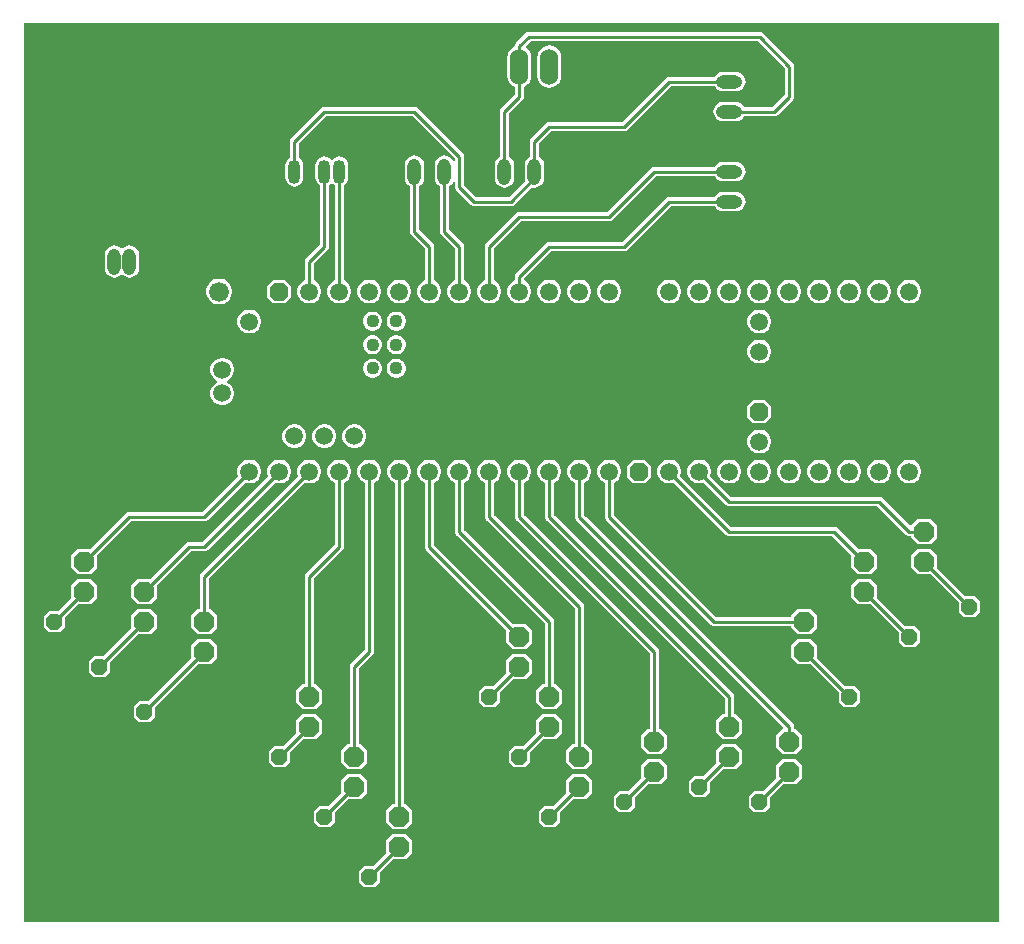
<source format=gbr>
%TF.GenerationSoftware,Altium Limited,Altium Designer,23.10.1 (27)*%
G04 Layer_Physical_Order=2*
G04 Layer_Color=16711680*
%FSLAX45Y45*%
%MOMM*%
%TF.SameCoordinates,F86A89F4-389E-4F6C-A475-7AF67203D636*%
%TF.FilePolarity,Positive*%
%TF.FileFunction,Copper,L2,Bot,Signal*%
%TF.Part,Single*%
G01*
G75*
%TA.AperFunction,ComponentPad*%
G04:AMPARAMS|DCode=10|XSize=1.6764mm|YSize=1.6764mm|CornerRadius=0mm|HoleSize=0mm|Usage=FLASHONLY|Rotation=270.000|XOffset=0mm|YOffset=0mm|HoleType=Round|Shape=Octagon|*
%AMOCTAGOND10*
4,1,8,-0.41910,-0.83820,0.41910,-0.83820,0.83820,-0.41910,0.83820,0.41910,0.41910,0.83820,-0.41910,0.83820,-0.83820,0.41910,-0.83820,-0.41910,-0.41910,-0.83820,0.0*
%
%ADD10OCTAGOND10*%

%ADD11O,1.10795X2.21590*%
G04:AMPARAMS|DCode=12|XSize=1.3208mm|YSize=1.3208mm|CornerRadius=0mm|HoleSize=0mm|Usage=FLASHONLY|Rotation=90.000|XOffset=0mm|YOffset=0mm|HoleType=Round|Shape=Octagon|*
%AMOCTAGOND12*
4,1,8,0.33020,0.66040,-0.33020,0.66040,-0.66040,0.33020,-0.66040,-0.33020,-0.33020,-0.66040,0.33020,-0.66040,0.66040,-0.33020,0.66040,0.33020,0.33020,0.66040,0.0*
%
%ADD12OCTAGOND12*%

%ADD13O,1.52400X3.04800*%
%ADD14O,1.01600X2.03200*%
%ADD15O,2.21590X1.10795*%
%ADD16C,1.10795*%
%ADD17C,1.50800*%
%ADD18R,1.50800X1.50800*%
G04:AMPARAMS|DCode=19|XSize=1.508mm|YSize=1.508mm|CornerRadius=0mm|HoleSize=0mm|Usage=FLASHONLY|Rotation=90.000|XOffset=0mm|YOffset=0mm|HoleType=Round|Shape=Octagon|*
%AMOCTAGOND19*
4,1,8,0.37700,0.75400,-0.37700,0.75400,-0.75400,0.37700,-0.75400,-0.37700,-0.37700,-0.75400,0.37700,-0.75400,0.75400,-0.37700,0.75400,0.37700,0.37700,0.75400,0.0*
%
%ADD19OCTAGOND19*%

%ADD20C,1.67640*%
%ADD21R,1.50800X1.50800*%
G04:AMPARAMS|DCode=22|XSize=1.3208mm|YSize=1.3208mm|CornerRadius=0mm|HoleSize=0mm|Usage=FLASHONLY|Rotation=0.000|XOffset=0mm|YOffset=0mm|HoleType=Round|Shape=Octagon|*
%AMOCTAGOND22*
4,1,8,0.66040,-0.33020,0.66040,0.33020,0.33020,0.66040,-0.33020,0.66040,-0.66040,0.33020,-0.66040,-0.33020,-0.33020,-0.66040,0.33020,-0.66040,0.66040,-0.33020,0.0*
%
%ADD22OCTAGOND22*%

%TA.AperFunction,Conductor*%
%ADD23C,0.25400*%
G36*
X8382000Y127000D02*
X127000D01*
Y7738529D01*
X8382000D01*
Y127000D01*
D02*
G37*
%LPC*%
G36*
X4572000Y7544677D02*
X4545477Y7541185D01*
X4520762Y7530948D01*
X4499538Y7514662D01*
X4483252Y7493438D01*
X4473015Y7468723D01*
X4469523Y7442200D01*
Y7289800D01*
X4473015Y7263277D01*
X4483252Y7238562D01*
X4499538Y7217338D01*
X4520762Y7201052D01*
X4545477Y7190815D01*
X4572000Y7187323D01*
X4598523Y7190815D01*
X4623238Y7201052D01*
X4644462Y7217338D01*
X4660748Y7238562D01*
X4670985Y7263277D01*
X4674477Y7289800D01*
Y7442200D01*
X4670985Y7468723D01*
X4660748Y7493438D01*
X4644462Y7514662D01*
X4623238Y7530948D01*
X4598523Y7541185D01*
X4572000Y7544677D01*
D02*
G37*
G36*
X6151397Y7320495D02*
X6040603D01*
X6019510Y7317718D01*
X5999855Y7309576D01*
X5982977Y7296625D01*
X5970026Y7279747D01*
X5969239Y7277847D01*
X5588000D01*
X5573134Y7274889D01*
X5560531Y7266469D01*
X5190909Y6896847D01*
X4572000D01*
X4557134Y6893889D01*
X4544531Y6885469D01*
X4417531Y6758469D01*
X4409111Y6745866D01*
X4406153Y6731000D01*
Y6603761D01*
X4404253Y6602974D01*
X4387375Y6590023D01*
X4374424Y6573145D01*
X4366282Y6553490D01*
X4363505Y6532397D01*
Y6421603D01*
X4366282Y6400510D01*
X4367070Y6398610D01*
X4230307Y6261847D01*
X3953091D01*
X3848847Y6366091D01*
Y6604000D01*
X3845889Y6618866D01*
X3837469Y6631469D01*
X3456469Y7012469D01*
X3443866Y7020889D01*
X3429000Y7023847D01*
X2667000D01*
X2652134Y7020889D01*
X2639531Y7012469D01*
X2385531Y6758469D01*
X2377111Y6745866D01*
X2374153Y6731000D01*
Y6594040D01*
X2358653Y6582147D01*
X2346439Y6566229D01*
X2338761Y6547692D01*
X2336142Y6527800D01*
Y6426200D01*
X2338761Y6406308D01*
X2346439Y6387771D01*
X2358653Y6371853D01*
X2374571Y6359639D01*
X2393108Y6351961D01*
X2413000Y6349342D01*
X2432892Y6351961D01*
X2451429Y6359639D01*
X2467347Y6371853D01*
X2479561Y6387771D01*
X2487239Y6406308D01*
X2489858Y6426200D01*
Y6527800D01*
X2487239Y6547692D01*
X2479561Y6566229D01*
X2467347Y6582147D01*
X2451847Y6594040D01*
Y6714909D01*
X2683091Y6946153D01*
X3412909D01*
X3771153Y6587909D01*
Y6563897D01*
X3758453Y6561370D01*
X3753576Y6573145D01*
X3740625Y6590023D01*
X3723747Y6602974D01*
X3704092Y6611115D01*
X3683000Y6613892D01*
X3661908Y6611115D01*
X3642253Y6602974D01*
X3625375Y6590023D01*
X3612424Y6573145D01*
X3604282Y6553490D01*
X3601505Y6532397D01*
Y6421603D01*
X3604282Y6400510D01*
X3612424Y6380855D01*
X3625375Y6363977D01*
X3642253Y6351026D01*
X3644153Y6350239D01*
Y5969000D01*
X3647111Y5954134D01*
X3655531Y5941531D01*
X3771153Y5825909D01*
Y5554947D01*
X3771093Y5554930D01*
X3748108Y5541660D01*
X3729340Y5522892D01*
X3716070Y5499907D01*
X3709200Y5474270D01*
Y5447730D01*
X3716070Y5422093D01*
X3729340Y5399108D01*
X3748108Y5380340D01*
X3771093Y5367070D01*
X3796730Y5360200D01*
X3823270D01*
X3848907Y5367070D01*
X3871892Y5380340D01*
X3890660Y5399108D01*
X3903930Y5422093D01*
X3910800Y5447730D01*
Y5474270D01*
X3903930Y5499907D01*
X3890660Y5522892D01*
X3871892Y5541660D01*
X3848907Y5554930D01*
X3848847Y5554947D01*
Y5842000D01*
X3845889Y5856866D01*
X3837469Y5869469D01*
X3721847Y5985091D01*
Y6350239D01*
X3723747Y6351026D01*
X3740625Y6363977D01*
X3753576Y6380855D01*
X3758453Y6392630D01*
X3771153Y6390103D01*
Y6350000D01*
X3774111Y6335134D01*
X3782531Y6322531D01*
X3909531Y6195531D01*
X3922134Y6187111D01*
X3937000Y6184153D01*
X4246397D01*
X4261263Y6187111D01*
X4273866Y6195531D01*
X4422007Y6343672D01*
X4423908Y6342885D01*
X4445000Y6340108D01*
X4466092Y6342885D01*
X4485747Y6351026D01*
X4502625Y6363977D01*
X4515576Y6380855D01*
X4523718Y6400510D01*
X4526495Y6421603D01*
Y6532397D01*
X4523718Y6553490D01*
X4515576Y6573145D01*
X4502625Y6590023D01*
X4485747Y6602974D01*
X4483847Y6603761D01*
Y6714909D01*
X4588091Y6819153D01*
X5207000D01*
X5221866Y6822111D01*
X5234469Y6830531D01*
X5604091Y7200153D01*
X5969239D01*
X5970026Y7198253D01*
X5982977Y7181375D01*
X5999855Y7168424D01*
X6019510Y7160282D01*
X6040603Y7157505D01*
X6151397D01*
X6172490Y7160282D01*
X6192145Y7168424D01*
X6209023Y7181375D01*
X6221974Y7198253D01*
X6230115Y7217908D01*
X6232892Y7239000D01*
X6230115Y7260092D01*
X6221974Y7279747D01*
X6209023Y7296625D01*
X6192145Y7309576D01*
X6172490Y7317718D01*
X6151397Y7320495D01*
D02*
G37*
G36*
X6349999Y7658847D02*
X4396400D01*
X4381534Y7655889D01*
X4368931Y7647469D01*
X4290531Y7569069D01*
X4282111Y7556466D01*
X4279153Y7541600D01*
Y7536080D01*
X4266762Y7530948D01*
X4245538Y7514662D01*
X4229252Y7493438D01*
X4219015Y7468723D01*
X4215523Y7442200D01*
Y7289800D01*
X4219015Y7263277D01*
X4229252Y7238562D01*
X4245538Y7217338D01*
X4266762Y7201052D01*
X4279153Y7195920D01*
Y7128091D01*
X4163531Y7012469D01*
X4155111Y6999866D01*
X4152153Y6985000D01*
Y6603761D01*
X4150253Y6602974D01*
X4133375Y6590023D01*
X4120424Y6573145D01*
X4112282Y6553490D01*
X4109505Y6532397D01*
Y6421603D01*
X4112282Y6400510D01*
X4120424Y6380855D01*
X4133375Y6363977D01*
X4150253Y6351026D01*
X4169908Y6342885D01*
X4191000Y6340108D01*
X4212092Y6342885D01*
X4231747Y6351026D01*
X4248625Y6363977D01*
X4261576Y6380855D01*
X4269718Y6400510D01*
X4272495Y6421603D01*
Y6532397D01*
X4269718Y6553490D01*
X4261576Y6573145D01*
X4248625Y6590023D01*
X4231747Y6602974D01*
X4229847Y6603761D01*
Y6968909D01*
X4345469Y7084531D01*
X4353889Y7097134D01*
X4356847Y7112000D01*
Y7195920D01*
X4369238Y7201052D01*
X4390462Y7217338D01*
X4406748Y7238562D01*
X4416985Y7263277D01*
X4420477Y7289800D01*
Y7442200D01*
X4416985Y7468723D01*
X4406748Y7493438D01*
X4390462Y7514662D01*
X4375466Y7526169D01*
X4373334Y7541997D01*
X4412490Y7581153D01*
X6333909D01*
X6565153Y7349909D01*
Y7128091D01*
X6460909Y7023847D01*
X6222761D01*
X6221974Y7025747D01*
X6209023Y7042625D01*
X6192145Y7055576D01*
X6172490Y7063718D01*
X6151397Y7066495D01*
X6040603D01*
X6019510Y7063718D01*
X5999855Y7055576D01*
X5982977Y7042625D01*
X5970026Y7025747D01*
X5961885Y7006092D01*
X5959108Y6985000D01*
X5961885Y6963908D01*
X5970026Y6944253D01*
X5982977Y6927375D01*
X5999855Y6914424D01*
X6019510Y6906282D01*
X6040603Y6903505D01*
X6151397D01*
X6172490Y6906282D01*
X6192145Y6914424D01*
X6209023Y6927375D01*
X6221974Y6944253D01*
X6222761Y6946153D01*
X6477000D01*
X6491866Y6949111D01*
X6504469Y6957531D01*
X6631469Y7084531D01*
X6639889Y7097134D01*
X6642847Y7112000D01*
Y7366000D01*
X6639889Y7380866D01*
X6631469Y7393469D01*
X6383420Y7641517D01*
X6383420Y7641517D01*
X6377468Y7647469D01*
X6364865Y7655889D01*
X6349999Y7658847D01*
D02*
G37*
G36*
X2794000Y6604658D02*
X2774108Y6602039D01*
X2755571Y6594361D01*
X2739653Y6582147D01*
X2736850Y6578493D01*
X2724150D01*
X2721347Y6582147D01*
X2705429Y6594361D01*
X2686892Y6602039D01*
X2667000Y6604658D01*
X2647108Y6602039D01*
X2628571Y6594361D01*
X2612653Y6582147D01*
X2600439Y6566229D01*
X2592761Y6547692D01*
X2590142Y6527800D01*
Y6426200D01*
X2592761Y6406308D01*
X2600439Y6387771D01*
X2612653Y6371853D01*
X2628153Y6359960D01*
Y5858091D01*
X2512531Y5742469D01*
X2504111Y5729866D01*
X2501153Y5715000D01*
Y5554947D01*
X2501093Y5554930D01*
X2478108Y5541660D01*
X2459340Y5522892D01*
X2446070Y5499907D01*
X2439200Y5474270D01*
Y5447730D01*
X2446070Y5422093D01*
X2459340Y5399108D01*
X2478108Y5380340D01*
X2501093Y5367070D01*
X2526730Y5360200D01*
X2553270D01*
X2578907Y5367070D01*
X2601892Y5380340D01*
X2620660Y5399108D01*
X2633930Y5422093D01*
X2640800Y5447730D01*
Y5474270D01*
X2633930Y5499907D01*
X2620660Y5522892D01*
X2601892Y5541660D01*
X2578907Y5554930D01*
X2578847Y5554947D01*
Y5698909D01*
X2694469Y5814531D01*
X2702889Y5827134D01*
X2705847Y5842000D01*
Y6359960D01*
X2721347Y6371853D01*
X2724150Y6375507D01*
X2736850D01*
X2739653Y6371853D01*
X2755153Y6359960D01*
Y5554947D01*
X2755093Y5554930D01*
X2732108Y5541660D01*
X2713340Y5522892D01*
X2700070Y5499907D01*
X2693200Y5474270D01*
Y5447730D01*
X2700070Y5422093D01*
X2713340Y5399108D01*
X2732108Y5380340D01*
X2755093Y5367070D01*
X2780730Y5360200D01*
X2807270D01*
X2832907Y5367070D01*
X2855892Y5380340D01*
X2874660Y5399108D01*
X2887930Y5422093D01*
X2894800Y5447730D01*
Y5474270D01*
X2887930Y5499907D01*
X2874660Y5522892D01*
X2855892Y5541660D01*
X2832907Y5554930D01*
X2832847Y5554947D01*
Y6359960D01*
X2848347Y6371853D01*
X2860561Y6387771D01*
X2868239Y6406308D01*
X2870858Y6426200D01*
Y6527800D01*
X2868239Y6547692D01*
X2860561Y6566229D01*
X2848347Y6582147D01*
X2832429Y6594361D01*
X2813892Y6602039D01*
X2794000Y6604658D01*
D02*
G37*
G36*
X6151397Y6558495D02*
X6040603D01*
X6019510Y6555718D01*
X5999855Y6547576D01*
X5982977Y6534625D01*
X5970026Y6517747D01*
X5969239Y6515847D01*
X5461000D01*
X5446134Y6512889D01*
X5433531Y6504469D01*
X5063909Y6134847D01*
X4318000D01*
X4303134Y6131889D01*
X4290531Y6123469D01*
X4036531Y5869469D01*
X4028111Y5856866D01*
X4025153Y5842000D01*
Y5554947D01*
X4025093Y5554930D01*
X4002108Y5541660D01*
X3983340Y5522892D01*
X3970070Y5499907D01*
X3963200Y5474270D01*
Y5447730D01*
X3970070Y5422093D01*
X3983340Y5399108D01*
X4002108Y5380340D01*
X4025093Y5367070D01*
X4050730Y5360200D01*
X4077270D01*
X4102907Y5367070D01*
X4125892Y5380340D01*
X4144660Y5399108D01*
X4157930Y5422093D01*
X4164800Y5447730D01*
Y5474270D01*
X4157930Y5499907D01*
X4144660Y5522892D01*
X4125892Y5541660D01*
X4102907Y5554930D01*
X4102847Y5554947D01*
Y5825909D01*
X4334091Y6057153D01*
X5080000D01*
X5094866Y6060111D01*
X5107469Y6068531D01*
X5477091Y6438153D01*
X5969239D01*
X5970026Y6436253D01*
X5982977Y6419375D01*
X5999855Y6406424D01*
X6019510Y6398282D01*
X6040603Y6395505D01*
X6151397D01*
X6172490Y6398282D01*
X6192145Y6406424D01*
X6209023Y6419375D01*
X6221974Y6436253D01*
X6230115Y6455908D01*
X6232892Y6477000D01*
X6230115Y6498092D01*
X6221974Y6517747D01*
X6209023Y6534625D01*
X6192145Y6547576D01*
X6172490Y6555718D01*
X6151397Y6558495D01*
D02*
G37*
G36*
Y6304495D02*
X6040603D01*
X6019510Y6301718D01*
X5999855Y6293576D01*
X5982977Y6280625D01*
X5970026Y6263747D01*
X5969239Y6261847D01*
X5588000D01*
X5573134Y6258889D01*
X5560531Y6250469D01*
X5190909Y5880847D01*
X4572000D01*
X4557134Y5877889D01*
X4544531Y5869469D01*
X4290531Y5615469D01*
X4282111Y5602866D01*
X4279153Y5588000D01*
Y5554947D01*
X4279093Y5554930D01*
X4256108Y5541660D01*
X4237340Y5522892D01*
X4224070Y5499907D01*
X4217200Y5474270D01*
Y5447730D01*
X4224070Y5422093D01*
X4237340Y5399108D01*
X4256108Y5380340D01*
X4279093Y5367070D01*
X4304730Y5360200D01*
X4331270D01*
X4356907Y5367070D01*
X4379892Y5380340D01*
X4398660Y5399108D01*
X4411930Y5422093D01*
X4418800Y5447730D01*
Y5474270D01*
X4411930Y5499907D01*
X4398660Y5522892D01*
X4379892Y5541660D01*
X4356907Y5554930D01*
X4356847Y5554947D01*
Y5571909D01*
X4588091Y5803153D01*
X5207000D01*
X5221866Y5806111D01*
X5234469Y5814531D01*
X5604091Y6184153D01*
X5969239D01*
X5970026Y6182253D01*
X5982977Y6165375D01*
X5999855Y6152424D01*
X6019510Y6144282D01*
X6040603Y6141505D01*
X6151397D01*
X6172490Y6144282D01*
X6192145Y6152424D01*
X6209023Y6165375D01*
X6221974Y6182253D01*
X6230115Y6201908D01*
X6232892Y6223000D01*
X6230115Y6244092D01*
X6221974Y6263747D01*
X6209023Y6280625D01*
X6192145Y6293576D01*
X6172490Y6301718D01*
X6151397Y6304495D01*
D02*
G37*
G36*
X1016000Y5851892D02*
X994908Y5849115D01*
X975253Y5840974D01*
X961055Y5830080D01*
X952500Y5828860D01*
X943945Y5830080D01*
X929747Y5840974D01*
X910092Y5849115D01*
X889000Y5851892D01*
X867908Y5849115D01*
X848253Y5840974D01*
X831375Y5828023D01*
X818424Y5811145D01*
X810282Y5791490D01*
X807505Y5770397D01*
Y5659603D01*
X810282Y5638510D01*
X818424Y5618855D01*
X831375Y5601977D01*
X848253Y5589026D01*
X867908Y5580885D01*
X889000Y5578108D01*
X910092Y5580885D01*
X929747Y5589026D01*
X943945Y5599920D01*
X952500Y5601140D01*
X961055Y5599920D01*
X975253Y5589026D01*
X994908Y5580885D01*
X1016000Y5578108D01*
X1037092Y5580885D01*
X1056747Y5589026D01*
X1073625Y5601977D01*
X1086576Y5618855D01*
X1094718Y5638510D01*
X1097495Y5659603D01*
Y5770397D01*
X1094718Y5791490D01*
X1086576Y5811145D01*
X1073625Y5828023D01*
X1056747Y5840974D01*
X1037092Y5849115D01*
X1016000Y5851892D01*
D02*
G37*
G36*
X7633270Y5561800D02*
X7606730D01*
X7581093Y5554930D01*
X7558108Y5541660D01*
X7539340Y5522892D01*
X7526070Y5499907D01*
X7519200Y5474270D01*
Y5447730D01*
X7526070Y5422093D01*
X7539340Y5399108D01*
X7558108Y5380340D01*
X7581093Y5367070D01*
X7606730Y5360200D01*
X7633270D01*
X7658907Y5367070D01*
X7681892Y5380340D01*
X7700660Y5399108D01*
X7713930Y5422093D01*
X7720800Y5447730D01*
Y5474270D01*
X7713930Y5499907D01*
X7700660Y5522892D01*
X7681892Y5541660D01*
X7658907Y5554930D01*
X7633270Y5561800D01*
D02*
G37*
G36*
X7379270D02*
X7352730D01*
X7327093Y5554930D01*
X7304108Y5541660D01*
X7285340Y5522892D01*
X7272070Y5499907D01*
X7265200Y5474270D01*
Y5447730D01*
X7272070Y5422093D01*
X7285340Y5399108D01*
X7304108Y5380340D01*
X7327093Y5367070D01*
X7352730Y5360200D01*
X7379270D01*
X7404907Y5367070D01*
X7427892Y5380340D01*
X7446660Y5399108D01*
X7459930Y5422093D01*
X7466800Y5447730D01*
Y5474270D01*
X7459930Y5499907D01*
X7446660Y5522892D01*
X7427892Y5541660D01*
X7404907Y5554930D01*
X7379270Y5561800D01*
D02*
G37*
G36*
X7125270D02*
X7098730D01*
X7073093Y5554930D01*
X7050108Y5541660D01*
X7031340Y5522892D01*
X7018070Y5499907D01*
X7011200Y5474270D01*
Y5447730D01*
X7018070Y5422093D01*
X7031340Y5399108D01*
X7050108Y5380340D01*
X7073093Y5367070D01*
X7098730Y5360200D01*
X7125270D01*
X7150907Y5367070D01*
X7173892Y5380340D01*
X7192660Y5399108D01*
X7205930Y5422093D01*
X7212800Y5447730D01*
Y5474270D01*
X7205930Y5499907D01*
X7192660Y5522892D01*
X7173892Y5541660D01*
X7150907Y5554930D01*
X7125270Y5561800D01*
D02*
G37*
G36*
X6871270D02*
X6844730D01*
X6819093Y5554930D01*
X6796108Y5541660D01*
X6777340Y5522892D01*
X6764070Y5499907D01*
X6757200Y5474270D01*
Y5447730D01*
X6764070Y5422093D01*
X6777340Y5399108D01*
X6796108Y5380340D01*
X6819093Y5367070D01*
X6844730Y5360200D01*
X6871270D01*
X6896907Y5367070D01*
X6919892Y5380340D01*
X6938660Y5399108D01*
X6951930Y5422093D01*
X6958800Y5447730D01*
Y5474270D01*
X6951930Y5499907D01*
X6938660Y5522892D01*
X6919892Y5541660D01*
X6896907Y5554930D01*
X6871270Y5561800D01*
D02*
G37*
G36*
X6617270D02*
X6590730D01*
X6565093Y5554930D01*
X6542108Y5541660D01*
X6523340Y5522892D01*
X6510070Y5499907D01*
X6503200Y5474270D01*
Y5447730D01*
X6510070Y5422093D01*
X6523340Y5399108D01*
X6542108Y5380340D01*
X6565093Y5367070D01*
X6590730Y5360200D01*
X6617270D01*
X6642907Y5367070D01*
X6665892Y5380340D01*
X6684660Y5399108D01*
X6697930Y5422093D01*
X6704800Y5447730D01*
Y5474270D01*
X6697930Y5499907D01*
X6684660Y5522892D01*
X6665892Y5541660D01*
X6642907Y5554930D01*
X6617270Y5561800D01*
D02*
G37*
G36*
X6363270D02*
X6336730D01*
X6311093Y5554930D01*
X6288108Y5541660D01*
X6269340Y5522892D01*
X6256070Y5499907D01*
X6249200Y5474270D01*
Y5447730D01*
X6256070Y5422093D01*
X6269340Y5399108D01*
X6288108Y5380340D01*
X6311093Y5367070D01*
X6336730Y5360200D01*
X6363270D01*
X6388907Y5367070D01*
X6411892Y5380340D01*
X6430660Y5399108D01*
X6443930Y5422093D01*
X6450800Y5447730D01*
Y5474270D01*
X6443930Y5499907D01*
X6430660Y5522892D01*
X6411892Y5541660D01*
X6388907Y5554930D01*
X6363270Y5561800D01*
D02*
G37*
G36*
X6109270D02*
X6082730D01*
X6057093Y5554930D01*
X6034108Y5541660D01*
X6015340Y5522892D01*
X6002070Y5499907D01*
X5995200Y5474270D01*
Y5447730D01*
X6002070Y5422093D01*
X6015340Y5399108D01*
X6034108Y5380340D01*
X6057093Y5367070D01*
X6082730Y5360200D01*
X6109270D01*
X6134907Y5367070D01*
X6157892Y5380340D01*
X6176660Y5399108D01*
X6189930Y5422093D01*
X6196800Y5447730D01*
Y5474270D01*
X6189930Y5499907D01*
X6176660Y5522892D01*
X6157892Y5541660D01*
X6134907Y5554930D01*
X6109270Y5561800D01*
D02*
G37*
G36*
X5855270D02*
X5828730D01*
X5803093Y5554930D01*
X5780108Y5541660D01*
X5761340Y5522892D01*
X5748070Y5499907D01*
X5741200Y5474270D01*
Y5447730D01*
X5748070Y5422093D01*
X5761340Y5399108D01*
X5780108Y5380340D01*
X5803093Y5367070D01*
X5828730Y5360200D01*
X5855270D01*
X5880907Y5367070D01*
X5903892Y5380340D01*
X5922660Y5399108D01*
X5935930Y5422093D01*
X5942800Y5447730D01*
Y5474270D01*
X5935930Y5499907D01*
X5922660Y5522892D01*
X5903892Y5541660D01*
X5880907Y5554930D01*
X5855270Y5561800D01*
D02*
G37*
G36*
X5601270D02*
X5574730D01*
X5549093Y5554930D01*
X5526108Y5541660D01*
X5507340Y5522892D01*
X5494070Y5499907D01*
X5487200Y5474270D01*
Y5447730D01*
X5494070Y5422093D01*
X5507340Y5399108D01*
X5526108Y5380340D01*
X5549093Y5367070D01*
X5574730Y5360200D01*
X5601270D01*
X5626907Y5367070D01*
X5649892Y5380340D01*
X5668660Y5399108D01*
X5681930Y5422093D01*
X5688800Y5447730D01*
Y5474270D01*
X5681930Y5499907D01*
X5668660Y5522892D01*
X5649892Y5541660D01*
X5626907Y5554930D01*
X5601270Y5561800D01*
D02*
G37*
G36*
X5093270D02*
X5066730D01*
X5041093Y5554930D01*
X5018108Y5541660D01*
X4999340Y5522892D01*
X4986070Y5499907D01*
X4979200Y5474270D01*
Y5447730D01*
X4986070Y5422093D01*
X4999340Y5399108D01*
X5018108Y5380340D01*
X5041093Y5367070D01*
X5066730Y5360200D01*
X5093270D01*
X5118907Y5367070D01*
X5141892Y5380340D01*
X5160660Y5399108D01*
X5173930Y5422093D01*
X5180800Y5447730D01*
Y5474270D01*
X5173930Y5499907D01*
X5160660Y5522892D01*
X5141892Y5541660D01*
X5118907Y5554930D01*
X5093270Y5561800D01*
D02*
G37*
G36*
X4839270D02*
X4812730D01*
X4787093Y5554930D01*
X4764108Y5541660D01*
X4745340Y5522892D01*
X4732070Y5499907D01*
X4725200Y5474270D01*
Y5447730D01*
X4732070Y5422093D01*
X4745340Y5399108D01*
X4764108Y5380340D01*
X4787093Y5367070D01*
X4812730Y5360200D01*
X4839270D01*
X4864907Y5367070D01*
X4887892Y5380340D01*
X4906660Y5399108D01*
X4919930Y5422093D01*
X4926800Y5447730D01*
Y5474270D01*
X4919930Y5499907D01*
X4906660Y5522892D01*
X4887892Y5541660D01*
X4864907Y5554930D01*
X4839270Y5561800D01*
D02*
G37*
G36*
X4585270D02*
X4558730D01*
X4533093Y5554930D01*
X4510108Y5541660D01*
X4491340Y5522892D01*
X4478070Y5499907D01*
X4471200Y5474270D01*
Y5447730D01*
X4478070Y5422093D01*
X4491340Y5399108D01*
X4510108Y5380340D01*
X4533093Y5367070D01*
X4558730Y5360200D01*
X4585270D01*
X4610907Y5367070D01*
X4633892Y5380340D01*
X4652660Y5399108D01*
X4665930Y5422093D01*
X4672800Y5447730D01*
Y5474270D01*
X4665930Y5499907D01*
X4652660Y5522892D01*
X4633892Y5541660D01*
X4610907Y5554930D01*
X4585270Y5561800D01*
D02*
G37*
G36*
X3429000Y6613892D02*
X3407908Y6611115D01*
X3388253Y6602974D01*
X3371375Y6590023D01*
X3358424Y6573145D01*
X3350282Y6553490D01*
X3347505Y6532397D01*
Y6421603D01*
X3350282Y6400510D01*
X3358424Y6380855D01*
X3371375Y6363977D01*
X3388253Y6351026D01*
X3390153Y6350239D01*
Y5969000D01*
X3393111Y5954134D01*
X3401531Y5941531D01*
X3517153Y5825909D01*
Y5554947D01*
X3517093Y5554930D01*
X3494108Y5541660D01*
X3475340Y5522892D01*
X3462070Y5499907D01*
X3455200Y5474270D01*
Y5447730D01*
X3462070Y5422093D01*
X3475340Y5399108D01*
X3494108Y5380340D01*
X3517093Y5367070D01*
X3542730Y5360200D01*
X3569270D01*
X3594907Y5367070D01*
X3617892Y5380340D01*
X3636660Y5399108D01*
X3649930Y5422093D01*
X3656800Y5447730D01*
Y5474270D01*
X3649930Y5499907D01*
X3636660Y5522892D01*
X3617892Y5541660D01*
X3594907Y5554930D01*
X3594847Y5554947D01*
Y5842000D01*
X3591889Y5856866D01*
X3583469Y5869469D01*
X3467847Y5985091D01*
Y6350239D01*
X3469747Y6351026D01*
X3486625Y6363977D01*
X3499576Y6380855D01*
X3507718Y6400510D01*
X3510495Y6421603D01*
Y6532397D01*
X3507718Y6553490D01*
X3499576Y6573145D01*
X3486625Y6590023D01*
X3469747Y6602974D01*
X3450092Y6611115D01*
X3429000Y6613892D01*
D02*
G37*
G36*
X3315270Y5561800D02*
X3288730D01*
X3263093Y5554930D01*
X3240108Y5541660D01*
X3221340Y5522892D01*
X3208070Y5499907D01*
X3201200Y5474270D01*
Y5447730D01*
X3208070Y5422093D01*
X3221340Y5399108D01*
X3240108Y5380340D01*
X3263093Y5367070D01*
X3288730Y5360200D01*
X3315270D01*
X3340907Y5367070D01*
X3363892Y5380340D01*
X3382660Y5399108D01*
X3395930Y5422093D01*
X3402800Y5447730D01*
Y5474270D01*
X3395930Y5499907D01*
X3382660Y5522892D01*
X3363892Y5541660D01*
X3340907Y5554930D01*
X3315270Y5561800D01*
D02*
G37*
G36*
X3061270D02*
X3034730D01*
X3009093Y5554930D01*
X2986108Y5541660D01*
X2967340Y5522892D01*
X2954070Y5499907D01*
X2947200Y5474270D01*
Y5447730D01*
X2954070Y5422093D01*
X2967340Y5399108D01*
X2986108Y5380340D01*
X3009093Y5367070D01*
X3034730Y5360200D01*
X3061270D01*
X3086907Y5367070D01*
X3109892Y5380340D01*
X3128660Y5399108D01*
X3141930Y5422093D01*
X3148800Y5447730D01*
Y5474270D01*
X3141930Y5499907D01*
X3128660Y5522892D01*
X3109892Y5541660D01*
X3086907Y5554930D01*
X3061270Y5561800D01*
D02*
G37*
G36*
X2336400D02*
X2235600D01*
X2185200Y5511400D01*
Y5410600D01*
X2235600Y5360200D01*
X2336400D01*
X2386800Y5410600D01*
Y5511400D01*
X2336400Y5561800D01*
D02*
G37*
G36*
X1792379Y5570220D02*
X1763621D01*
X1735843Y5562777D01*
X1710937Y5548398D01*
X1690602Y5528063D01*
X1676223Y5503157D01*
X1668780Y5475379D01*
Y5446621D01*
X1676223Y5418843D01*
X1690602Y5393937D01*
X1710937Y5373602D01*
X1735843Y5359223D01*
X1763621Y5351780D01*
X1792379D01*
X1820157Y5359223D01*
X1845063Y5373602D01*
X1865398Y5393937D01*
X1879777Y5418843D01*
X1887220Y5446621D01*
Y5475379D01*
X1879777Y5503157D01*
X1865398Y5528063D01*
X1845063Y5548398D01*
X1820157Y5562777D01*
X1792379Y5570220D01*
D02*
G37*
G36*
X3285637Y5291785D02*
X3264363D01*
X3243813Y5286279D01*
X3225389Y5275642D01*
X3210346Y5260599D01*
X3199709Y5242174D01*
X3194202Y5221625D01*
Y5200351D01*
X3199709Y5179801D01*
X3210346Y5161377D01*
X3225389Y5146334D01*
X3243813Y5135697D01*
X3264363Y5130190D01*
X3285637D01*
X3306186Y5135697D01*
X3324611Y5146334D01*
X3339654Y5161377D01*
X3350291Y5179801D01*
X3355797Y5200351D01*
Y5221625D01*
X3350291Y5242174D01*
X3339654Y5260599D01*
X3324611Y5275642D01*
X3306186Y5286279D01*
X3285637Y5291785D01*
D02*
G37*
G36*
X3085637D02*
X3064363D01*
X3043814Y5286279D01*
X3025389Y5275642D01*
X3010346Y5260599D01*
X2999709Y5242174D01*
X2994203Y5221625D01*
Y5200351D01*
X2999709Y5179801D01*
X3010346Y5161377D01*
X3025389Y5146334D01*
X3043814Y5135697D01*
X3064363Y5130190D01*
X3085637D01*
X3106187Y5135697D01*
X3124611Y5146334D01*
X3139654Y5161377D01*
X3150291Y5179801D01*
X3155798Y5200351D01*
Y5221625D01*
X3150291Y5242174D01*
X3139654Y5260599D01*
X3124611Y5275642D01*
X3106187Y5286279D01*
X3085637Y5291785D01*
D02*
G37*
G36*
X6363270Y5307800D02*
X6336730D01*
X6311093Y5300930D01*
X6288108Y5287660D01*
X6269340Y5268892D01*
X6256070Y5245907D01*
X6249200Y5220270D01*
Y5193730D01*
X6256070Y5168093D01*
X6269340Y5145108D01*
X6288108Y5126340D01*
X6311093Y5113070D01*
X6336730Y5106200D01*
X6363270D01*
X6388907Y5113070D01*
X6411892Y5126340D01*
X6430660Y5145108D01*
X6443930Y5168093D01*
X6450800Y5193730D01*
Y5220270D01*
X6443930Y5245907D01*
X6430660Y5268892D01*
X6411892Y5287660D01*
X6388907Y5300930D01*
X6363270Y5307800D01*
D02*
G37*
G36*
X2045270D02*
X2018730D01*
X1993093Y5300930D01*
X1970108Y5287660D01*
X1951340Y5268892D01*
X1938070Y5245907D01*
X1931200Y5220270D01*
Y5193730D01*
X1938070Y5168093D01*
X1951340Y5145108D01*
X1970108Y5126340D01*
X1993093Y5113070D01*
X2018730Y5106200D01*
X2045270D01*
X2070907Y5113070D01*
X2093892Y5126340D01*
X2112660Y5145108D01*
X2125930Y5168093D01*
X2132800Y5193730D01*
Y5220270D01*
X2125930Y5245907D01*
X2112660Y5268892D01*
X2093892Y5287660D01*
X2070907Y5300930D01*
X2045270Y5307800D01*
D02*
G37*
G36*
X3285637Y5091786D02*
X3264363D01*
X3243813Y5086279D01*
X3225389Y5075642D01*
X3210346Y5060599D01*
X3199709Y5042175D01*
X3194202Y5021625D01*
Y5000351D01*
X3199709Y4979802D01*
X3210346Y4961377D01*
X3225389Y4946334D01*
X3243813Y4935697D01*
X3264363Y4930191D01*
X3285637D01*
X3306186Y4935697D01*
X3324611Y4946334D01*
X3339654Y4961377D01*
X3350291Y4979802D01*
X3355797Y5000351D01*
Y5021625D01*
X3350291Y5042175D01*
X3339654Y5060599D01*
X3324611Y5075642D01*
X3306186Y5086279D01*
X3285637Y5091786D01*
D02*
G37*
G36*
X3085637D02*
X3064363D01*
X3043814Y5086279D01*
X3025389Y5075642D01*
X3010346Y5060599D01*
X2999709Y5042175D01*
X2994203Y5021625D01*
Y5000351D01*
X2999709Y4979802D01*
X3010346Y4961377D01*
X3025389Y4946334D01*
X3043814Y4935697D01*
X3064363Y4930191D01*
X3085637D01*
X3106187Y4935697D01*
X3124611Y4946334D01*
X3139654Y4961377D01*
X3150291Y4979802D01*
X3155798Y5000351D01*
Y5021625D01*
X3150291Y5042175D01*
X3139654Y5060599D01*
X3124611Y5075642D01*
X3106187Y5086279D01*
X3085637Y5091786D01*
D02*
G37*
G36*
X6363270Y5053800D02*
X6336730D01*
X6311093Y5046930D01*
X6288108Y5033660D01*
X6269340Y5014892D01*
X6256070Y4991907D01*
X6249200Y4966270D01*
Y4939730D01*
X6256070Y4914093D01*
X6269340Y4891108D01*
X6288108Y4872340D01*
X6311093Y4859070D01*
X6336730Y4852200D01*
X6363270D01*
X6388907Y4859070D01*
X6411892Y4872340D01*
X6430660Y4891108D01*
X6443930Y4914093D01*
X6450800Y4939730D01*
Y4966270D01*
X6443930Y4991907D01*
X6430660Y5014892D01*
X6411892Y5033660D01*
X6388907Y5046930D01*
X6363270Y5053800D01*
D02*
G37*
G36*
X3285637Y4891786D02*
X3264363D01*
X3243813Y4886280D01*
X3225389Y4875643D01*
X3210346Y4860599D01*
X3199709Y4842175D01*
X3194202Y4821626D01*
Y4800351D01*
X3199709Y4779802D01*
X3210346Y4761378D01*
X3225389Y4746335D01*
X3243813Y4735697D01*
X3264363Y4730191D01*
X3285637D01*
X3306186Y4735697D01*
X3324611Y4746335D01*
X3339654Y4761378D01*
X3350291Y4779802D01*
X3355797Y4800351D01*
Y4821626D01*
X3350291Y4842175D01*
X3339654Y4860599D01*
X3324611Y4875643D01*
X3306186Y4886280D01*
X3285637Y4891786D01*
D02*
G37*
G36*
X3085637D02*
X3064363D01*
X3043814Y4886280D01*
X3025389Y4875643D01*
X3010346Y4860599D01*
X2999709Y4842175D01*
X2994203Y4821626D01*
Y4800351D01*
X2999709Y4779802D01*
X3010346Y4761378D01*
X3025389Y4746335D01*
X3043814Y4735697D01*
X3064363Y4730191D01*
X3085637D01*
X3106187Y4735697D01*
X3124611Y4746335D01*
X3139654Y4761378D01*
X3150291Y4779802D01*
X3155798Y4800351D01*
Y4821626D01*
X3150291Y4842175D01*
X3139654Y4860599D01*
X3124611Y4875643D01*
X3106187Y4886280D01*
X3085637Y4891786D01*
D02*
G37*
G36*
X1814283Y4899800D02*
X1787742D01*
X1762105Y4892930D01*
X1739120Y4879660D01*
X1720352Y4860892D01*
X1707082Y4837907D01*
X1700212Y4812270D01*
Y4785729D01*
X1707082Y4760093D01*
X1720352Y4737107D01*
X1739120Y4718340D01*
X1760911Y4705759D01*
X1761958Y4699000D01*
X1760911Y4692241D01*
X1739120Y4679660D01*
X1720352Y4660893D01*
X1707082Y4637907D01*
X1700212Y4612271D01*
Y4585730D01*
X1707082Y4560093D01*
X1720352Y4537108D01*
X1739120Y4518340D01*
X1762105Y4505070D01*
X1787742Y4498200D01*
X1814283D01*
X1839920Y4505070D01*
X1862905Y4518340D01*
X1881672Y4537108D01*
X1894943Y4560093D01*
X1901812Y4585730D01*
Y4612271D01*
X1894943Y4637907D01*
X1881672Y4660893D01*
X1862905Y4679660D01*
X1841114Y4692241D01*
X1840067Y4699000D01*
X1841114Y4705759D01*
X1862905Y4718340D01*
X1881672Y4737107D01*
X1894943Y4760093D01*
X1901812Y4785729D01*
Y4812270D01*
X1894943Y4837907D01*
X1881672Y4860892D01*
X1862905Y4879660D01*
X1839920Y4892930D01*
X1814283Y4899800D01*
D02*
G37*
G36*
X6400400Y4545800D02*
X6299600D01*
X6249200Y4495400D01*
Y4394600D01*
X6299600Y4344200D01*
X6400400D01*
X6450800Y4394600D01*
Y4495400D01*
X6400400Y4545800D01*
D02*
G37*
G36*
X2934270Y4337799D02*
X2907730D01*
X2882093Y4330930D01*
X2859108Y4317659D01*
X2840340Y4298892D01*
X2827070Y4275907D01*
X2820200Y4250270D01*
Y4223729D01*
X2827070Y4198092D01*
X2840340Y4175107D01*
X2859108Y4156339D01*
X2882093Y4143069D01*
X2907730Y4136200D01*
X2934270D01*
X2959907Y4143069D01*
X2982892Y4156339D01*
X3001660Y4175107D01*
X3014930Y4198092D01*
X3021800Y4223729D01*
Y4250270D01*
X3014930Y4275907D01*
X3001660Y4298892D01*
X2982892Y4317659D01*
X2959907Y4330930D01*
X2934270Y4337799D01*
D02*
G37*
G36*
X2680270D02*
X2653730D01*
X2628093Y4330930D01*
X2605108Y4317659D01*
X2586340Y4298892D01*
X2573070Y4275907D01*
X2566200Y4250270D01*
Y4223729D01*
X2573070Y4198092D01*
X2586340Y4175107D01*
X2605108Y4156339D01*
X2628093Y4143069D01*
X2653730Y4136200D01*
X2680270D01*
X2705907Y4143069D01*
X2728892Y4156339D01*
X2747660Y4175107D01*
X2760930Y4198092D01*
X2767800Y4223729D01*
Y4250270D01*
X2760930Y4275907D01*
X2747660Y4298892D01*
X2728892Y4317659D01*
X2705907Y4330930D01*
X2680270Y4337799D01*
D02*
G37*
G36*
X2426270D02*
X2399730D01*
X2374093Y4330930D01*
X2351108Y4317659D01*
X2332340Y4298892D01*
X2319070Y4275907D01*
X2312200Y4250270D01*
Y4223729D01*
X2319070Y4198092D01*
X2332340Y4175107D01*
X2351108Y4156339D01*
X2374093Y4143069D01*
X2399730Y4136200D01*
X2426270D01*
X2451907Y4143069D01*
X2474892Y4156339D01*
X2493660Y4175107D01*
X2506930Y4198092D01*
X2513800Y4223729D01*
Y4250270D01*
X2506930Y4275907D01*
X2493660Y4298892D01*
X2474892Y4317659D01*
X2451907Y4330930D01*
X2426270Y4337799D01*
D02*
G37*
G36*
X6363270Y4291800D02*
X6336730D01*
X6311093Y4284930D01*
X6288108Y4271660D01*
X6269340Y4252892D01*
X6256070Y4229907D01*
X6249200Y4204270D01*
Y4177730D01*
X6256070Y4152093D01*
X6269340Y4129108D01*
X6288108Y4110340D01*
X6311093Y4097070D01*
X6336730Y4090200D01*
X6363270D01*
X6388907Y4097070D01*
X6411892Y4110340D01*
X6430660Y4129108D01*
X6443930Y4152093D01*
X6450800Y4177730D01*
Y4204270D01*
X6443930Y4229907D01*
X6430660Y4252892D01*
X6411892Y4271660D01*
X6388907Y4284930D01*
X6363270Y4291800D01*
D02*
G37*
G36*
X7633270Y4037800D02*
X7606730D01*
X7581093Y4030930D01*
X7558108Y4017660D01*
X7539340Y3998892D01*
X7526070Y3975907D01*
X7519200Y3950270D01*
Y3923730D01*
X7526070Y3898093D01*
X7539340Y3875108D01*
X7558108Y3856340D01*
X7581093Y3843070D01*
X7606730Y3836200D01*
X7633270D01*
X7658907Y3843070D01*
X7681892Y3856340D01*
X7700660Y3875108D01*
X7713930Y3898093D01*
X7720800Y3923730D01*
Y3950270D01*
X7713930Y3975907D01*
X7700660Y3998892D01*
X7681892Y4017660D01*
X7658907Y4030930D01*
X7633270Y4037800D01*
D02*
G37*
G36*
X7379270D02*
X7352730D01*
X7327093Y4030930D01*
X7304108Y4017660D01*
X7285340Y3998892D01*
X7272070Y3975907D01*
X7265200Y3950270D01*
Y3923730D01*
X7272070Y3898093D01*
X7285340Y3875108D01*
X7304108Y3856340D01*
X7327093Y3843070D01*
X7352730Y3836200D01*
X7379270D01*
X7404907Y3843070D01*
X7427892Y3856340D01*
X7446660Y3875108D01*
X7459930Y3898093D01*
X7466800Y3923730D01*
Y3950270D01*
X7459930Y3975907D01*
X7446660Y3998892D01*
X7427892Y4017660D01*
X7404907Y4030930D01*
X7379270Y4037800D01*
D02*
G37*
G36*
X7125270D02*
X7098730D01*
X7073093Y4030930D01*
X7050108Y4017660D01*
X7031340Y3998892D01*
X7018070Y3975907D01*
X7011200Y3950270D01*
Y3923730D01*
X7018070Y3898093D01*
X7031340Y3875108D01*
X7050108Y3856340D01*
X7073093Y3843070D01*
X7098730Y3836200D01*
X7125270D01*
X7150907Y3843070D01*
X7173892Y3856340D01*
X7192660Y3875108D01*
X7205930Y3898093D01*
X7212800Y3923730D01*
Y3950270D01*
X7205930Y3975907D01*
X7192660Y3998892D01*
X7173892Y4017660D01*
X7150907Y4030930D01*
X7125270Y4037800D01*
D02*
G37*
G36*
X6871270D02*
X6844730D01*
X6819093Y4030930D01*
X6796108Y4017660D01*
X6777340Y3998892D01*
X6764070Y3975907D01*
X6757200Y3950270D01*
Y3923730D01*
X6764070Y3898093D01*
X6777340Y3875108D01*
X6796108Y3856340D01*
X6819093Y3843070D01*
X6844730Y3836200D01*
X6871270D01*
X6896907Y3843070D01*
X6919892Y3856340D01*
X6938660Y3875108D01*
X6951930Y3898093D01*
X6958800Y3923730D01*
Y3950270D01*
X6951930Y3975907D01*
X6938660Y3998892D01*
X6919892Y4017660D01*
X6896907Y4030930D01*
X6871270Y4037800D01*
D02*
G37*
G36*
X6617270D02*
X6590730D01*
X6565093Y4030930D01*
X6542108Y4017660D01*
X6523340Y3998892D01*
X6510070Y3975907D01*
X6503200Y3950270D01*
Y3923730D01*
X6510070Y3898093D01*
X6523340Y3875108D01*
X6542108Y3856340D01*
X6565093Y3843070D01*
X6590730Y3836200D01*
X6617270D01*
X6642907Y3843070D01*
X6665892Y3856340D01*
X6684660Y3875108D01*
X6697930Y3898093D01*
X6704800Y3923730D01*
Y3950270D01*
X6697930Y3975907D01*
X6684660Y3998892D01*
X6665892Y4017660D01*
X6642907Y4030930D01*
X6617270Y4037800D01*
D02*
G37*
G36*
X6363270D02*
X6336730D01*
X6311093Y4030930D01*
X6288108Y4017660D01*
X6269340Y3998892D01*
X6256070Y3975907D01*
X6249200Y3950270D01*
Y3923730D01*
X6256070Y3898093D01*
X6269340Y3875108D01*
X6288108Y3856340D01*
X6311093Y3843070D01*
X6336730Y3836200D01*
X6363270D01*
X6388907Y3843070D01*
X6411892Y3856340D01*
X6430660Y3875108D01*
X6443930Y3898093D01*
X6450800Y3923730D01*
Y3950270D01*
X6443930Y3975907D01*
X6430660Y3998892D01*
X6411892Y4017660D01*
X6388907Y4030930D01*
X6363270Y4037800D01*
D02*
G37*
G36*
X6109270D02*
X6082730D01*
X6057093Y4030930D01*
X6034108Y4017660D01*
X6015340Y3998892D01*
X6002070Y3975907D01*
X5995200Y3950270D01*
Y3923730D01*
X6002070Y3898093D01*
X6015340Y3875108D01*
X6034108Y3856340D01*
X6057093Y3843070D01*
X6082730Y3836200D01*
X6109270D01*
X6134907Y3843070D01*
X6157892Y3856340D01*
X6176660Y3875108D01*
X6189930Y3898093D01*
X6196800Y3923730D01*
Y3950270D01*
X6189930Y3975907D01*
X6176660Y3998892D01*
X6157892Y4017660D01*
X6134907Y4030930D01*
X6109270Y4037800D01*
D02*
G37*
G36*
X5384400D02*
X5283600D01*
X5233200Y3987400D01*
Y3886600D01*
X5283600Y3836200D01*
X5384400D01*
X5434800Y3886600D01*
Y3987400D01*
X5384400Y4037800D01*
D02*
G37*
G36*
X2553270D02*
X2526730D01*
X2501093Y4030930D01*
X2478108Y4017660D01*
X2459340Y3998892D01*
X2446070Y3975907D01*
X2439200Y3950270D01*
Y3923730D01*
X2446070Y3898093D01*
X2446101Y3898038D01*
X1623531Y3075469D01*
X1615111Y3062866D01*
X1612153Y3048000D01*
Y2776220D01*
X1596390D01*
X1541780Y2721610D01*
Y2612390D01*
X1596390Y2557780D01*
X1705610D01*
X1760220Y2612390D01*
Y2721610D01*
X1705610Y2776220D01*
X1689847D01*
Y3031909D01*
X2501038Y3843101D01*
X2501093Y3843070D01*
X2526730Y3836200D01*
X2553270D01*
X2578907Y3843070D01*
X2601892Y3856340D01*
X2620660Y3875108D01*
X2633930Y3898093D01*
X2640800Y3923730D01*
Y3950270D01*
X2633930Y3975907D01*
X2620660Y3998892D01*
X2601892Y4017660D01*
X2578907Y4030930D01*
X2553270Y4037800D01*
D02*
G37*
G36*
X2299270D02*
X2272730D01*
X2247093Y4030930D01*
X2224108Y4017660D01*
X2205340Y3998892D01*
X2192070Y3975907D01*
X2185200Y3950270D01*
Y3923730D01*
X2192070Y3898093D01*
X2192101Y3898038D01*
X1634909Y3340847D01*
X1524000D01*
X1509134Y3337889D01*
X1496531Y3329469D01*
X1197283Y3030220D01*
X1088390D01*
X1033780Y2975610D01*
Y2866390D01*
X1088390Y2811780D01*
X1197610D01*
X1252220Y2866390D01*
Y2975283D01*
X1540091Y3263153D01*
X1651000D01*
X1665866Y3266111D01*
X1678469Y3274531D01*
X2247038Y3843101D01*
X2247093Y3843070D01*
X2272730Y3836200D01*
X2299270D01*
X2324907Y3843070D01*
X2347892Y3856340D01*
X2366660Y3875108D01*
X2379930Y3898093D01*
X2386800Y3923730D01*
Y3950270D01*
X2379930Y3975907D01*
X2366660Y3998892D01*
X2347892Y4017660D01*
X2324907Y4030930D01*
X2299270Y4037800D01*
D02*
G37*
G36*
X2045270D02*
X2018730D01*
X1993093Y4030930D01*
X1970108Y4017660D01*
X1951340Y3998892D01*
X1938070Y3975907D01*
X1931200Y3950270D01*
Y3923730D01*
X1938070Y3898093D01*
X1938101Y3898038D01*
X1634909Y3594847D01*
X1016000D01*
X1001134Y3591889D01*
X988531Y3583469D01*
X689283Y3284220D01*
X580390D01*
X525780Y3229610D01*
Y3120390D01*
X580390Y3065780D01*
X689610D01*
X744220Y3120390D01*
Y3229283D01*
X1032091Y3517153D01*
X1651000D01*
X1665866Y3520111D01*
X1678469Y3528531D01*
X1993038Y3843101D01*
X1993093Y3843070D01*
X2018730Y3836200D01*
X2045270D01*
X2070907Y3843070D01*
X2093892Y3856340D01*
X2112660Y3875108D01*
X2125930Y3898093D01*
X2132800Y3923730D01*
Y3950270D01*
X2125930Y3975907D01*
X2112660Y3998892D01*
X2093892Y4017660D01*
X2070907Y4030930D01*
X2045270Y4037800D01*
D02*
G37*
G36*
X5855270D02*
X5828730D01*
X5803093Y4030930D01*
X5780108Y4017660D01*
X5761340Y3998892D01*
X5748070Y3975907D01*
X5741200Y3950270D01*
Y3923730D01*
X5748070Y3898093D01*
X5761340Y3875108D01*
X5780108Y3856340D01*
X5803093Y3843070D01*
X5828730Y3836200D01*
X5855270D01*
X5880907Y3843070D01*
X5880962Y3843101D01*
X6068531Y3655531D01*
X6081134Y3647111D01*
X6096000Y3644153D01*
X7349909D01*
X7592531Y3401531D01*
X7605134Y3393111D01*
X7620000Y3390153D01*
X7637780D01*
Y3374390D01*
X7692390Y3319780D01*
X7801610D01*
X7856220Y3374390D01*
Y3483610D01*
X7801610Y3538220D01*
X7692390D01*
X7637780Y3483610D01*
X7625080Y3478857D01*
X7393469Y3710469D01*
X7380866Y3718889D01*
X7366000Y3721847D01*
X6112091D01*
X5935899Y3898038D01*
X5935930Y3898093D01*
X5942800Y3923730D01*
Y3950270D01*
X5935930Y3975907D01*
X5922660Y3998892D01*
X5903892Y4017660D01*
X5880907Y4030930D01*
X5855270Y4037800D01*
D02*
G37*
G36*
X5601270D02*
X5574730D01*
X5549093Y4030930D01*
X5526108Y4017660D01*
X5507340Y3998892D01*
X5494070Y3975907D01*
X5487200Y3950270D01*
Y3923730D01*
X5494070Y3898093D01*
X5507340Y3875108D01*
X5526108Y3856340D01*
X5549093Y3843070D01*
X5574730Y3836200D01*
X5601270D01*
X5626907Y3843070D01*
X5626962Y3843101D01*
X6068531Y3401531D01*
X6081134Y3393111D01*
X6096000Y3390153D01*
X6968909D01*
X7129780Y3229283D01*
Y3120390D01*
X7184390Y3065780D01*
X7293610D01*
X7348220Y3120390D01*
Y3229610D01*
X7293610Y3284220D01*
X7184717D01*
X7012469Y3456469D01*
X6999866Y3464889D01*
X6985000Y3467847D01*
X6112091D01*
X5681899Y3898038D01*
X5681930Y3898093D01*
X5688800Y3923730D01*
Y3950270D01*
X5681930Y3975907D01*
X5668660Y3998892D01*
X5649892Y4017660D01*
X5626907Y4030930D01*
X5601270Y4037800D01*
D02*
G37*
G36*
X7801610Y3284220D02*
X7692390D01*
X7637780Y3229610D01*
Y3120390D01*
X7692390Y3065780D01*
X7801283D01*
X8036560Y2830503D01*
Y2748280D01*
X8082280Y2702560D01*
X8173720D01*
X8219440Y2748280D01*
Y2839720D01*
X8173720Y2885440D01*
X8091497D01*
X7856220Y3120717D01*
Y3229610D01*
X7801610Y3284220D01*
D02*
G37*
G36*
X689610Y3030220D02*
X580390D01*
X525780Y2975610D01*
Y2866717D01*
X417503Y2758440D01*
X335280D01*
X289560Y2712720D01*
Y2621280D01*
X335280Y2575560D01*
X426720D01*
X472440Y2621280D01*
Y2703503D01*
X580717Y2811780D01*
X689610D01*
X744220Y2866390D01*
Y2975610D01*
X689610Y3030220D01*
D02*
G37*
G36*
X5093270Y4037800D02*
X5066730D01*
X5041093Y4030930D01*
X5018108Y4017660D01*
X4999340Y3998892D01*
X4986070Y3975907D01*
X4979200Y3950270D01*
Y3923730D01*
X4986070Y3898093D01*
X4999340Y3875108D01*
X5018108Y3856340D01*
X5041093Y3843070D01*
X5041153Y3843053D01*
Y3556000D01*
X5044111Y3541134D01*
X5052531Y3528531D01*
X5941531Y2639531D01*
X5954134Y2631111D01*
X5969000Y2628153D01*
X6621780D01*
Y2612390D01*
X6676390Y2557780D01*
X6785610D01*
X6840220Y2612390D01*
Y2721610D01*
X6785610Y2776220D01*
X6676390D01*
X6621780Y2721610D01*
Y2705847D01*
X5985091D01*
X5118847Y3572091D01*
Y3843053D01*
X5118907Y3843070D01*
X5141892Y3856340D01*
X5160660Y3875108D01*
X5173930Y3898093D01*
X5180800Y3923730D01*
Y3950270D01*
X5173930Y3975907D01*
X5160660Y3998892D01*
X5141892Y4017660D01*
X5118907Y4030930D01*
X5093270Y4037800D01*
D02*
G37*
G36*
X7293610Y3030220D02*
X7184390D01*
X7129780Y2975610D01*
Y2866390D01*
X7184390Y2811780D01*
X7293283D01*
X7528560Y2576503D01*
Y2494280D01*
X7574280Y2448560D01*
X7665720D01*
X7711440Y2494280D01*
Y2585720D01*
X7665720Y2631440D01*
X7583497D01*
X7348220Y2866717D01*
Y2975610D01*
X7293610Y3030220D01*
D02*
G37*
G36*
X3569270Y4037800D02*
X3542730D01*
X3517093Y4030930D01*
X3494108Y4017660D01*
X3475340Y3998892D01*
X3462070Y3975907D01*
X3455200Y3950270D01*
Y3923730D01*
X3462070Y3898093D01*
X3475340Y3875108D01*
X3494108Y3856340D01*
X3517093Y3843070D01*
X3517153Y3843053D01*
Y3302000D01*
X3520111Y3287134D01*
X3528531Y3274531D01*
X4208780Y2594283D01*
Y2485390D01*
X4263390Y2430780D01*
X4372610D01*
X4427220Y2485390D01*
Y2594610D01*
X4372610Y2649220D01*
X4263717D01*
X3594847Y3318091D01*
Y3843053D01*
X3594907Y3843070D01*
X3617892Y3856340D01*
X3636660Y3875108D01*
X3649930Y3898093D01*
X3656800Y3923730D01*
Y3950270D01*
X3649930Y3975907D01*
X3636660Y3998892D01*
X3617892Y4017660D01*
X3594907Y4030930D01*
X3569270Y4037800D01*
D02*
G37*
G36*
X1197610Y2776220D02*
X1088390D01*
X1033780Y2721610D01*
Y2612717D01*
X798503Y2377440D01*
X716280D01*
X670560Y2331720D01*
Y2240280D01*
X716280Y2194560D01*
X807720D01*
X853440Y2240280D01*
Y2322503D01*
X1088717Y2557780D01*
X1197610D01*
X1252220Y2612390D01*
Y2721610D01*
X1197610Y2776220D01*
D02*
G37*
G36*
X6785610Y2522220D02*
X6676390D01*
X6621780Y2467610D01*
Y2358390D01*
X6676390Y2303780D01*
X6785283D01*
X7020560Y2068503D01*
Y1986280D01*
X7066280Y1940560D01*
X7157720D01*
X7203440Y1986280D01*
Y2077720D01*
X7157720Y2123440D01*
X7075497D01*
X6840220Y2358717D01*
Y2467610D01*
X6785610Y2522220D01*
D02*
G37*
G36*
X4372610Y2395220D02*
X4263390D01*
X4208780Y2340610D01*
Y2231717D01*
X4100503Y2123440D01*
X4018280D01*
X3972560Y2077720D01*
Y1986280D01*
X4018280Y1940560D01*
X4109720D01*
X4155440Y1986280D01*
Y2068503D01*
X4263717Y2176780D01*
X4372610D01*
X4427220Y2231390D01*
Y2340610D01*
X4372610Y2395220D01*
D02*
G37*
G36*
X3823270Y4037800D02*
X3796730D01*
X3771093Y4030930D01*
X3748108Y4017660D01*
X3729340Y3998892D01*
X3716070Y3975907D01*
X3709200Y3950270D01*
Y3923730D01*
X3716070Y3898093D01*
X3729340Y3875108D01*
X3748108Y3856340D01*
X3771093Y3843070D01*
X3771153Y3843053D01*
Y3429000D01*
X3774111Y3414134D01*
X3782531Y3401531D01*
X4533153Y2650909D01*
Y2141220D01*
X4517390D01*
X4462780Y2086610D01*
Y1977390D01*
X4517390Y1922780D01*
X4626610D01*
X4681220Y1977390D01*
Y2086610D01*
X4626610Y2141220D01*
X4610847D01*
Y2667000D01*
X4607889Y2681866D01*
X4599469Y2694469D01*
X3848847Y3445091D01*
Y3843053D01*
X3848907Y3843070D01*
X3871892Y3856340D01*
X3890660Y3875108D01*
X3903930Y3898093D01*
X3910800Y3923730D01*
Y3950270D01*
X3903930Y3975907D01*
X3890660Y3998892D01*
X3871892Y4017660D01*
X3848907Y4030930D01*
X3823270Y4037800D01*
D02*
G37*
G36*
X2807270D02*
X2780730D01*
X2755093Y4030930D01*
X2732108Y4017660D01*
X2713340Y3998892D01*
X2700070Y3975907D01*
X2693200Y3950270D01*
Y3923730D01*
X2700070Y3898093D01*
X2713340Y3875108D01*
X2732108Y3856340D01*
X2755093Y3843070D01*
X2755153Y3843053D01*
Y3318091D01*
X2512531Y3075469D01*
X2504111Y3062866D01*
X2501153Y3048000D01*
Y2141220D01*
X2485390D01*
X2430780Y2086610D01*
Y1977390D01*
X2485390Y1922780D01*
X2594610D01*
X2649220Y1977390D01*
Y2086610D01*
X2594610Y2141220D01*
X2578847D01*
Y3031909D01*
X2821469Y3274531D01*
X2829889Y3287134D01*
X2832847Y3302000D01*
Y3843053D01*
X2832907Y3843070D01*
X2855892Y3856340D01*
X2874660Y3875108D01*
X2887930Y3898093D01*
X2894800Y3923730D01*
Y3950270D01*
X2887930Y3975907D01*
X2874660Y3998892D01*
X2855892Y4017660D01*
X2832907Y4030930D01*
X2807270Y4037800D01*
D02*
G37*
G36*
X1705610Y2522220D02*
X1596390D01*
X1541780Y2467610D01*
Y2358717D01*
X1179503Y1996440D01*
X1097280D01*
X1051560Y1950720D01*
Y1859280D01*
X1097280Y1813560D01*
X1188720D01*
X1234440Y1859280D01*
Y1941503D01*
X1596717Y2303780D01*
X1705610D01*
X1760220Y2358390D01*
Y2467610D01*
X1705610Y2522220D01*
D02*
G37*
G36*
X4585270Y4037800D02*
X4558730D01*
X4533093Y4030930D01*
X4510108Y4017660D01*
X4491340Y3998892D01*
X4478070Y3975907D01*
X4471200Y3950270D01*
Y3923730D01*
X4478070Y3898093D01*
X4491340Y3875108D01*
X4510108Y3856340D01*
X4533093Y3843070D01*
X4533153Y3843053D01*
Y3556000D01*
X4536111Y3541134D01*
X4544531Y3528531D01*
X6057153Y2015909D01*
Y1887220D01*
X6041390D01*
X5986780Y1832610D01*
Y1723390D01*
X6041390Y1668780D01*
X6150610D01*
X6205220Y1723390D01*
Y1832610D01*
X6150610Y1887220D01*
X6134847D01*
Y2032000D01*
X6131889Y2046866D01*
X6123469Y2059469D01*
X4610847Y3572091D01*
Y3843053D01*
X4610907Y3843070D01*
X4633892Y3856340D01*
X4652660Y3875108D01*
X4665930Y3898093D01*
X4672800Y3923730D01*
Y3950270D01*
X4665930Y3975907D01*
X4652660Y3998892D01*
X4633892Y4017660D01*
X4610907Y4030930D01*
X4585270Y4037800D01*
D02*
G37*
G36*
X4839270D02*
X4812730D01*
X4787093Y4030930D01*
X4764108Y4017660D01*
X4745340Y3998892D01*
X4732070Y3975907D01*
X4725200Y3950270D01*
Y3923730D01*
X4732070Y3898093D01*
X4745340Y3875108D01*
X4764108Y3856340D01*
X4787093Y3843070D01*
X4787153Y3843053D01*
Y3556000D01*
X4790111Y3541134D01*
X4798531Y3528531D01*
X6554143Y1772920D01*
X6549390Y1760220D01*
X6494780Y1705610D01*
Y1596390D01*
X6549390Y1541780D01*
X6658610D01*
X6713220Y1596390D01*
Y1705610D01*
X6658610Y1760220D01*
X6642847D01*
Y1778000D01*
X6639889Y1792866D01*
X6631469Y1805469D01*
X4864847Y3572091D01*
Y3843053D01*
X4864907Y3843070D01*
X4887892Y3856340D01*
X4906660Y3875108D01*
X4919930Y3898093D01*
X4926800Y3923730D01*
Y3950270D01*
X4919930Y3975907D01*
X4906660Y3998892D01*
X4887892Y4017660D01*
X4864907Y4030930D01*
X4839270Y4037800D01*
D02*
G37*
G36*
X4331270D02*
X4304730D01*
X4279093Y4030930D01*
X4256108Y4017660D01*
X4237340Y3998892D01*
X4224070Y3975907D01*
X4217200Y3950270D01*
Y3923730D01*
X4224070Y3898093D01*
X4237340Y3875108D01*
X4256108Y3856340D01*
X4279093Y3843070D01*
X4279153Y3843053D01*
Y3556000D01*
X4282111Y3541134D01*
X4290531Y3528531D01*
X5422153Y2396909D01*
Y1760220D01*
X5406390D01*
X5351780Y1705610D01*
Y1596390D01*
X5406390Y1541780D01*
X5515610D01*
X5570220Y1596390D01*
Y1705610D01*
X5515610Y1760220D01*
X5499847D01*
Y2413000D01*
X5496889Y2427866D01*
X5488469Y2440469D01*
X4356847Y3572091D01*
Y3843053D01*
X4356907Y3843070D01*
X4379892Y3856340D01*
X4398660Y3875108D01*
X4411930Y3898093D01*
X4418800Y3923730D01*
Y3950270D01*
X4411930Y3975907D01*
X4398660Y3998892D01*
X4379892Y4017660D01*
X4356907Y4030930D01*
X4331270Y4037800D01*
D02*
G37*
G36*
X4626610Y1887220D02*
X4517390D01*
X4462780Y1832610D01*
Y1723717D01*
X4354503Y1615440D01*
X4272280D01*
X4226560Y1569720D01*
Y1478280D01*
X4272280Y1432560D01*
X4363720D01*
X4409440Y1478280D01*
Y1560503D01*
X4517717Y1668780D01*
X4626610D01*
X4681220Y1723390D01*
Y1832610D01*
X4626610Y1887220D01*
D02*
G37*
G36*
X2594610D02*
X2485390D01*
X2430780Y1832610D01*
Y1723717D01*
X2322503Y1615440D01*
X2240280D01*
X2194560Y1569720D01*
Y1478280D01*
X2240280Y1432560D01*
X2331720D01*
X2377440Y1478280D01*
Y1560503D01*
X2485717Y1668780D01*
X2594610D01*
X2649220Y1723390D01*
Y1832610D01*
X2594610Y1887220D01*
D02*
G37*
G36*
X4077270Y4037800D02*
X4050730D01*
X4025093Y4030930D01*
X4002108Y4017660D01*
X3983340Y3998892D01*
X3970070Y3975907D01*
X3963200Y3950270D01*
Y3923730D01*
X3970070Y3898093D01*
X3983340Y3875108D01*
X4002108Y3856340D01*
X4025093Y3843070D01*
X4025153Y3843053D01*
Y3556000D01*
X4028111Y3541134D01*
X4036531Y3528531D01*
X4787153Y2777909D01*
Y1633220D01*
X4771390D01*
X4716780Y1578610D01*
Y1469390D01*
X4771390Y1414780D01*
X4880610D01*
X4935220Y1469390D01*
Y1578610D01*
X4880610Y1633220D01*
X4864847D01*
Y2794000D01*
X4861889Y2808866D01*
X4853469Y2821469D01*
X4102847Y3572091D01*
Y3843053D01*
X4102907Y3843070D01*
X4125892Y3856340D01*
X4144660Y3875108D01*
X4157930Y3898093D01*
X4164800Y3923730D01*
Y3950270D01*
X4157930Y3975907D01*
X4144660Y3998892D01*
X4125892Y4017660D01*
X4102907Y4030930D01*
X4077270Y4037800D01*
D02*
G37*
G36*
X3061270D02*
X3034730D01*
X3009093Y4030930D01*
X2986108Y4017660D01*
X2967340Y3998892D01*
X2954070Y3975907D01*
X2947200Y3950270D01*
Y3923730D01*
X2954070Y3898093D01*
X2967340Y3875108D01*
X2986108Y3856340D01*
X3009093Y3843070D01*
X3009153Y3843053D01*
Y2429091D01*
X2893531Y2313469D01*
X2885111Y2300866D01*
X2882153Y2286000D01*
Y1633220D01*
X2866390D01*
X2811780Y1578610D01*
Y1469390D01*
X2866390Y1414780D01*
X2975610D01*
X3030220Y1469390D01*
Y1578610D01*
X2975610Y1633220D01*
X2959847D01*
Y2269909D01*
X3075469Y2385531D01*
X3083889Y2398134D01*
X3086847Y2413000D01*
Y3843053D01*
X3086907Y3843070D01*
X3109892Y3856340D01*
X3128660Y3875108D01*
X3141930Y3898093D01*
X3148800Y3923730D01*
Y3950270D01*
X3141930Y3975907D01*
X3128660Y3998892D01*
X3109892Y4017660D01*
X3086907Y4030930D01*
X3061270Y4037800D01*
D02*
G37*
G36*
X6150610Y1633220D02*
X6041390D01*
X5986780Y1578610D01*
Y1469717D01*
X5878503Y1361440D01*
X5796280D01*
X5750560Y1315720D01*
Y1224280D01*
X5796280Y1178560D01*
X5887720D01*
X5933440Y1224280D01*
Y1306503D01*
X6041717Y1414780D01*
X6150610D01*
X6205220Y1469390D01*
Y1578610D01*
X6150610Y1633220D01*
D02*
G37*
G36*
X6658610Y1506220D02*
X6549390D01*
X6494780Y1451610D01*
Y1342717D01*
X6386503Y1234440D01*
X6304280D01*
X6258560Y1188720D01*
Y1097280D01*
X6304280Y1051560D01*
X6395720D01*
X6441440Y1097280D01*
Y1179503D01*
X6549717Y1287780D01*
X6658610D01*
X6713220Y1342390D01*
Y1451610D01*
X6658610Y1506220D01*
D02*
G37*
G36*
X5515610D02*
X5406390D01*
X5351780Y1451610D01*
Y1342717D01*
X5243503Y1234440D01*
X5161280D01*
X5115560Y1188720D01*
Y1097280D01*
X5161280Y1051560D01*
X5252720D01*
X5298440Y1097280D01*
Y1179503D01*
X5406717Y1287780D01*
X5515610D01*
X5570220Y1342390D01*
Y1451610D01*
X5515610Y1506220D01*
D02*
G37*
G36*
X4880610Y1379220D02*
X4771390D01*
X4716780Y1324610D01*
Y1215717D01*
X4608503Y1107440D01*
X4526280D01*
X4480560Y1061720D01*
Y970280D01*
X4526280Y924560D01*
X4617720D01*
X4663440Y970280D01*
Y1052503D01*
X4771717Y1160780D01*
X4880610D01*
X4935220Y1215390D01*
Y1324610D01*
X4880610Y1379220D01*
D02*
G37*
G36*
X2975610D02*
X2866390D01*
X2811780Y1324610D01*
Y1215717D01*
X2703503Y1107440D01*
X2621280D01*
X2575560Y1061720D01*
Y970280D01*
X2621280Y924560D01*
X2712720D01*
X2758440Y970280D01*
Y1052503D01*
X2866717Y1160780D01*
X2975610D01*
X3030220Y1215390D01*
Y1324610D01*
X2975610Y1379220D01*
D02*
G37*
G36*
X3315270Y4037800D02*
X3288730D01*
X3263093Y4030930D01*
X3240108Y4017660D01*
X3221340Y3998892D01*
X3208070Y3975907D01*
X3201200Y3950270D01*
Y3923730D01*
X3208070Y3898093D01*
X3221340Y3875108D01*
X3240108Y3856340D01*
X3263093Y3843070D01*
X3263153Y3843053D01*
Y1125220D01*
X3247390D01*
X3192780Y1070610D01*
Y961390D01*
X3247390Y906780D01*
X3356610D01*
X3411220Y961390D01*
Y1070610D01*
X3356610Y1125220D01*
X3340847D01*
Y3843053D01*
X3340907Y3843070D01*
X3363892Y3856340D01*
X3382660Y3875108D01*
X3395930Y3898093D01*
X3402800Y3923730D01*
Y3950270D01*
X3395930Y3975907D01*
X3382660Y3998892D01*
X3363892Y4017660D01*
X3340907Y4030930D01*
X3315270Y4037800D01*
D02*
G37*
G36*
X3356610Y871220D02*
X3247390D01*
X3192780Y816610D01*
Y707717D01*
X3084503Y599440D01*
X3002280D01*
X2956560Y553720D01*
Y462280D01*
X3002280Y416560D01*
X3093720D01*
X3139440Y462280D01*
Y544503D01*
X3247717Y652780D01*
X3356610D01*
X3411220Y707390D01*
Y816610D01*
X3356610Y871220D01*
D02*
G37*
%LPD*%
D10*
X1143000Y2667000D02*
D03*
Y2921000D02*
D03*
X2921000Y1524000D02*
D03*
Y1270000D02*
D03*
X6731000Y2413000D02*
D03*
Y2667000D02*
D03*
X4572000Y1778000D02*
D03*
Y2032000D02*
D03*
X1651000Y2413000D02*
D03*
Y2667000D02*
D03*
X6604000Y1397000D02*
D03*
Y1651000D02*
D03*
X4318000Y2286000D02*
D03*
Y2540000D02*
D03*
X6096000Y1524000D02*
D03*
Y1778000D02*
D03*
X3302000Y762000D02*
D03*
Y1016000D02*
D03*
X7747000Y3175000D02*
D03*
Y3429000D02*
D03*
X5461000Y1397000D02*
D03*
Y1651000D02*
D03*
X7239000Y2921000D02*
D03*
Y3175000D02*
D03*
X4826000Y1270000D02*
D03*
Y1524000D02*
D03*
X2540000Y1778000D02*
D03*
Y2032000D02*
D03*
X635000Y2921000D02*
D03*
Y3175000D02*
D03*
D11*
X3429000Y6477000D02*
D03*
X3683000D02*
D03*
X3937000D02*
D03*
X4191000D02*
D03*
X4445000D02*
D03*
X1016000Y5715000D02*
D03*
X889000D02*
D03*
D12*
X5207000Y381000D02*
D03*
Y1143000D02*
D03*
X1143000Y1905000D02*
D03*
Y1143000D02*
D03*
X6350000D02*
D03*
Y381000D02*
D03*
X4064000Y2032000D02*
D03*
Y1270000D02*
D03*
X762000Y2286000D02*
D03*
Y1524000D02*
D03*
X5842000Y1270000D02*
D03*
Y508000D02*
D03*
X381000Y2667000D02*
D03*
Y1905000D02*
D03*
X8128000Y2794000D02*
D03*
Y2032000D02*
D03*
X7620000Y2540000D02*
D03*
Y1778000D02*
D03*
X4572000Y1016000D02*
D03*
Y254000D02*
D03*
X7112000Y2032000D02*
D03*
Y1270000D02*
D03*
X4318000Y1524000D02*
D03*
Y762000D02*
D03*
D13*
X4572000Y7366000D02*
D03*
X4318000D02*
D03*
X4064000D02*
D03*
D14*
X2794000Y6477000D02*
D03*
X2667000D02*
D03*
X2540000D02*
D03*
X2413000D02*
D03*
D15*
X6096000Y6223000D02*
D03*
Y6477000D02*
D03*
Y6731000D02*
D03*
Y6985000D02*
D03*
Y7239000D02*
D03*
D16*
X3275000Y4810989D02*
D03*
Y5010988D02*
D03*
Y5210988D02*
D03*
X3075000Y4810989D02*
D03*
Y5010988D02*
D03*
Y5210988D02*
D03*
D17*
X1801012Y4599000D02*
D03*
Y4799000D02*
D03*
X5588000Y3937000D02*
D03*
X3429000Y4236999D02*
D03*
X3175000D02*
D03*
X2921000D02*
D03*
X2667000D02*
D03*
X2413000D02*
D03*
X7620000Y5461000D02*
D03*
X7366000D02*
D03*
X7112000D02*
D03*
X6858000D02*
D03*
X6604000D02*
D03*
X6350000D02*
D03*
X6096000D02*
D03*
X5842000D02*
D03*
X5588000D02*
D03*
X7620000Y3937000D02*
D03*
X7366000D02*
D03*
X7112000D02*
D03*
X6858000D02*
D03*
X6604000D02*
D03*
X6350000D02*
D03*
X6096000D02*
D03*
X5842000D02*
D03*
X2540000Y5461000D02*
D03*
X2794000D02*
D03*
X3048000D02*
D03*
X3302000D02*
D03*
X3556000D02*
D03*
X3810000D02*
D03*
X4064000D02*
D03*
X4318000D02*
D03*
X4572000D02*
D03*
X4826000D02*
D03*
X2032000Y5207000D02*
D03*
X4826000Y3937000D02*
D03*
X4572000D02*
D03*
X4318000D02*
D03*
X4064000D02*
D03*
X3810000D02*
D03*
X3556000D02*
D03*
X3302000D02*
D03*
X3048000D02*
D03*
X2794000D02*
D03*
X2540000D02*
D03*
X2286000D02*
D03*
X2032000D02*
D03*
X5080000D02*
D03*
Y5461000D02*
D03*
X6350000Y5207000D02*
D03*
Y4953000D02*
D03*
Y4191000D02*
D03*
D18*
X5334000Y5461000D02*
D03*
X6350000Y4699000D02*
D03*
X1778000Y3937000D02*
D03*
D19*
X5334000D02*
D03*
X6350000Y4445000D02*
D03*
X2286000Y5461000D02*
D03*
D20*
X1778000D02*
D03*
D21*
X2032000D02*
D03*
D22*
X3048000Y508000D02*
D03*
X2286000D02*
D03*
X2667000Y1016000D02*
D03*
X1905000D02*
D03*
X2286000Y1524000D02*
D03*
X1524000D02*
D03*
D23*
X4396400Y7620000D02*
X6349999D01*
X4318000Y7541600D02*
X4396400Y7620000D01*
X4318000Y7366000D02*
Y7541600D01*
Y7112000D02*
Y7366000D01*
X2413000Y6477000D02*
Y6731000D01*
X2667000Y6985000D01*
X3429000D01*
X3810000Y6604000D01*
Y6350000D02*
Y6604000D01*
Y6350000D02*
X3937000Y6223000D01*
X4445000Y6421603D02*
Y6477000D01*
X4246397Y6223000D02*
X4445000Y6421603D01*
X3937000Y6223000D02*
X4246397D01*
X4318000Y6096000D02*
X5080000D01*
X4064000Y5461000D02*
Y5842000D01*
X4318000Y6096000D01*
X4191000Y6477000D02*
Y6985000D01*
X4318000Y7112000D01*
X6355951Y7614049D02*
X6604000Y7366000D01*
X6349999Y7620000D02*
X6355951Y7614049D01*
X5969000Y2667000D02*
X6731000D01*
X5080000Y3556000D02*
X5969000Y2667000D01*
X5080000Y3556000D02*
Y3937000D01*
X4826000Y3556000D02*
X6604000Y1778000D01*
X4826000Y3556000D02*
Y3937000D01*
X6604000Y1651000D02*
Y1778000D01*
X6096000D02*
Y2032000D01*
X4572000Y3556000D02*
X6096000Y2032000D01*
X4318000Y5461000D02*
Y5588000D01*
X4572000Y5842000D01*
X5207000D02*
X5588000Y6223000D01*
X4572000Y5842000D02*
X5207000D01*
X5588000Y6223000D02*
X6096000D01*
X5461000Y6477000D02*
X6096000D01*
X5080000Y6096000D02*
X5461000Y6477000D01*
X6096000Y6985000D02*
X6477000D01*
X6604000Y7112000D01*
Y7366000D01*
X4445000Y6477000D02*
Y6731000D01*
X5588000Y7239000D02*
X6096000D01*
X5207000Y6858000D02*
X5588000Y7239000D01*
X4445000Y6731000D02*
X4572000Y6858000D01*
X5207000D01*
X3683000Y5969000D02*
Y6477000D01*
Y5969000D02*
X3810000Y5842000D01*
Y5461000D02*
Y5842000D01*
X3556000Y5461000D02*
Y5842000D01*
X3429000Y5969000D02*
X3556000Y5842000D01*
X3429000Y5969000D02*
Y6477000D01*
X2667000Y5842000D02*
Y6477000D01*
X2540000Y5715000D02*
X2667000Y5842000D01*
X2540000Y5461000D02*
Y5715000D01*
X2794000Y5461000D02*
Y6477000D01*
X381000Y2667000D02*
X635000Y2921000D01*
X762000Y2286000D02*
X1143000Y2667000D01*
Y1905000D02*
X1651000Y2413000D01*
X2286000Y1524000D02*
X2540000Y1778000D01*
X2667000Y1016000D02*
X2921000Y1270000D01*
X3048000Y508000D02*
X3302000Y762000D01*
X4064000Y2032000D02*
X4318000Y2286000D01*
Y1524000D02*
X4572000Y1778000D01*
Y1016000D02*
X4826000Y1270000D01*
X5207000Y1143000D02*
X5461000Y1397000D01*
X5842000Y1270000D02*
X6096000Y1524000D01*
X6350000Y1143000D02*
X6604000Y1397000D01*
X6731000Y2413000D02*
X7112000Y2032000D01*
X7239000Y2921000D02*
X7620000Y2540000D01*
X7747000Y3175000D02*
X8128000Y2794000D01*
X5842000Y3937000D02*
X6096000Y3683000D01*
X7366000D01*
X7620000Y3429000D02*
X7747000D01*
X7366000Y3683000D02*
X7620000Y3429000D01*
X6985000D02*
X7239000Y3175000D01*
X6096000Y3429000D02*
X6985000D01*
X5588000Y3937000D02*
X6096000Y3429000D01*
X4572000Y3556000D02*
Y3937000D01*
X4318000Y3556000D02*
Y3937000D01*
Y3556000D02*
X5461000Y2413000D01*
Y1651000D02*
Y2413000D01*
X4826000Y1524000D02*
Y2794000D01*
X4064000Y3556000D02*
X4826000Y2794000D01*
X3810000Y3429000D02*
X4572000Y2667000D01*
Y2032000D02*
Y2667000D01*
X4064000Y3556000D02*
Y3937000D01*
X3810000Y3429000D02*
Y3937000D01*
X3556000Y3302000D02*
X4318000Y2540000D01*
X3556000Y3302000D02*
Y3937000D01*
X3302000Y1016000D02*
Y3937000D01*
X2921000Y1524000D02*
Y2286000D01*
X3048000Y2413000D02*
Y3937000D01*
X2921000Y2286000D02*
X3048000Y2413000D01*
X2794000Y3302000D02*
Y3937000D01*
X2540000Y2032000D02*
Y3048000D01*
X2794000Y3302000D01*
X1651000Y2667000D02*
Y3048000D01*
X2540000Y3937000D01*
X1524000Y3302000D02*
X1651000D01*
X2286000Y3937000D01*
X1143000Y2921000D02*
X1524000Y3302000D01*
X635000Y3175000D02*
X1016000Y3556000D01*
X1651000D01*
X2032000Y3937000D01*
%TF.MD5,439b5f010e5752f7d4be6e65b28c17ff*%
M02*

</source>
